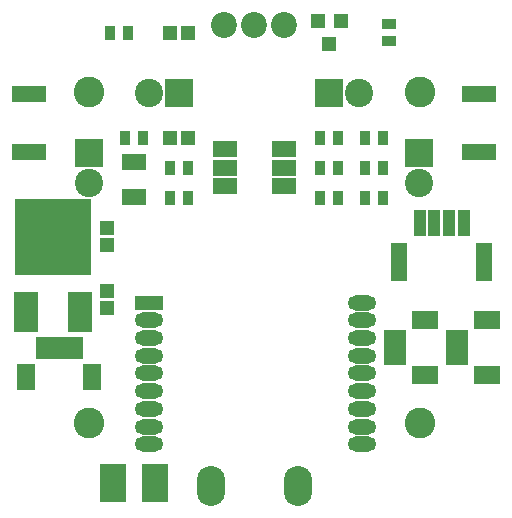
<source format=gts>
G04 #@! TF.FileFunction,Soldermask,Top*
%FSLAX46Y46*%
G04 Gerber Fmt 4.6, Leading zero omitted, Abs format (unit mm)*
G04 Created by KiCad (PCBNEW 4.0.1-stable) date 2016/09/16 23:01:40*
%MOMM*%
G01*
G04 APERTURE LIST*
%ADD10C,0.100000*%
%ADD11C,2.600000*%
%ADD12C,2.200000*%
%ADD13O,2.400000X1.300000*%
%ADD14R,2.400000X1.300000*%
%ADD15R,2.178000X3.194000*%
%ADD16R,2.400000X2.400000*%
%ADD17C,2.400000*%
%ADD18R,1.200100X1.200100*%
%ADD19R,1.200000X1.150000*%
%ADD20R,1.150000X1.200000*%
%ADD21R,2.000000X1.400000*%
%ADD22R,0.900000X1.300000*%
%ADD23R,2.900000X1.400000*%
%ADD24R,1.300000X0.900000*%
%ADD25R,2.051000X3.448000*%
%ADD26R,6.496000X6.496000*%
%ADD27O,2.400000X3.400000*%
%ADD28R,1.000000X2.200000*%
%ADD29R,1.400000X3.200000*%
%ADD30R,1.000000X1.950000*%
%ADD31R,1.600000X2.200000*%
%ADD32R,1.950000X1.000000*%
%ADD33R,2.200000X1.600000*%
G04 APERTURE END LIST*
D10*
D11*
X86000000Y-86000000D03*
D12*
X102540000Y-80315000D03*
X100000000Y-80315000D03*
X97460000Y-80315000D03*
D13*
X109110000Y-115810000D03*
X91110000Y-115810000D03*
D14*
X91110000Y-103810000D03*
D13*
X91110000Y-105310000D03*
X91110000Y-106810000D03*
X91110000Y-108310000D03*
X91110000Y-109810000D03*
X91110000Y-111310000D03*
X91110000Y-112810000D03*
X91110000Y-114310000D03*
X109110000Y-114310000D03*
X109110000Y-112810000D03*
X109110000Y-111310000D03*
X109110000Y-109810000D03*
X109110000Y-108310000D03*
X109110000Y-106810000D03*
X109110000Y-105310000D03*
X109110000Y-103810000D03*
D15*
X88062000Y-119050000D03*
X91618000Y-119050000D03*
D16*
X113970000Y-91110000D03*
D17*
X113970000Y-93650000D03*
D16*
X86030000Y-91110000D03*
D17*
X86030000Y-93650000D03*
D16*
X106350000Y-86030000D03*
D17*
X108890000Y-86030000D03*
D16*
X93650000Y-86030000D03*
D17*
X91110000Y-86030000D03*
D18*
X107300000Y-79949240D03*
X105400000Y-79949240D03*
X106350000Y-81948220D03*
D19*
X92900000Y-89840000D03*
X94400000Y-89840000D03*
X94400000Y-80950000D03*
X92900000Y-80950000D03*
D20*
X87554000Y-98972000D03*
X87554000Y-97472000D03*
X87554000Y-102806000D03*
X87554000Y-104306000D03*
D21*
X89840000Y-91896000D03*
X89840000Y-94896000D03*
D22*
X90590000Y-89840000D03*
X89090000Y-89840000D03*
X92900000Y-94920000D03*
X94400000Y-94920000D03*
X92900000Y-92380000D03*
X94400000Y-92380000D03*
X107100000Y-89840000D03*
X105600000Y-89840000D03*
X107100000Y-92380000D03*
X105600000Y-92380000D03*
X107100000Y-94920000D03*
X105600000Y-94920000D03*
D23*
X119050000Y-91020000D03*
X119050000Y-86120000D03*
X80950000Y-91020000D03*
X80950000Y-86120000D03*
D22*
X109410000Y-89840000D03*
X110910000Y-89840000D03*
X87820000Y-80950000D03*
X89320000Y-80950000D03*
D24*
X111430000Y-80200000D03*
X111430000Y-81700000D03*
D22*
X110910000Y-94920000D03*
X109410000Y-94920000D03*
X109410000Y-92380000D03*
X110910000Y-92380000D03*
D25*
X80696000Y-104572000D03*
D26*
X82982000Y-98222000D03*
D25*
X85268000Y-104572000D03*
D27*
X96300000Y-119304000D03*
X103700000Y-119304000D03*
D21*
X97500000Y-90780000D03*
X97500000Y-92380000D03*
X97500000Y-93980000D03*
X102500000Y-90780000D03*
X102500000Y-92380000D03*
X102500000Y-93980000D03*
D28*
X114000000Y-97055000D03*
X115250000Y-97055000D03*
X116500000Y-97055000D03*
X117750000Y-97055000D03*
D29*
X119475000Y-100405000D03*
X112275000Y-100405000D03*
D30*
X84990000Y-107627500D03*
X83990000Y-107627500D03*
X82990000Y-107627500D03*
X81990000Y-107627500D03*
D31*
X86290000Y-110152500D03*
X80690000Y-110152500D03*
D32*
X117152500Y-106620000D03*
X117152500Y-107620000D03*
X117152500Y-108620000D03*
D33*
X119677500Y-105320000D03*
X119677500Y-109920000D03*
D32*
X111945500Y-106620000D03*
X111945500Y-107620000D03*
X111945500Y-108620000D03*
D33*
X114470500Y-105320000D03*
X114470500Y-109920000D03*
D11*
X114000000Y-86000000D03*
X114000000Y-114000000D03*
X86000000Y-114000000D03*
M02*

</source>
